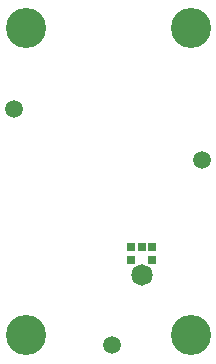
<source format=gbr>
G04 #@! TF.FileFunction,Soldermask,Bot*
%FSLAX46Y46*%
G04 Gerber Fmt 4.6, Leading zero omitted, Abs format (unit mm)*
G04 Created by KiCad (PCBNEW 4.0.7) date Wednesday, June 27, 2018 'PMt' 02:03:12 PM*
%MOMM*%
%LPD*%
G01*
G04 APERTURE LIST*
%ADD10C,0.100000*%
%ADD11C,3.400000*%
%ADD12C,1.500000*%
%ADD13R,0.800000X0.722000*%
%ADD14C,1.824000*%
G04 APERTURE END LIST*
D10*
D11*
X223000000Y-129000000D03*
X223000000Y-103000000D03*
X237000000Y-103000000D03*
X237000000Y-129000000D03*
D12*
X230266240Y-129788920D03*
X221996000Y-109855000D03*
X237947200Y-114173000D03*
D13*
X231900000Y-122648000D03*
X231900000Y-121565000D03*
X233700000Y-122648000D03*
X233700000Y-121565000D03*
D14*
X232800000Y-123900000D03*
D13*
X232800000Y-121565000D03*
M02*

</source>
